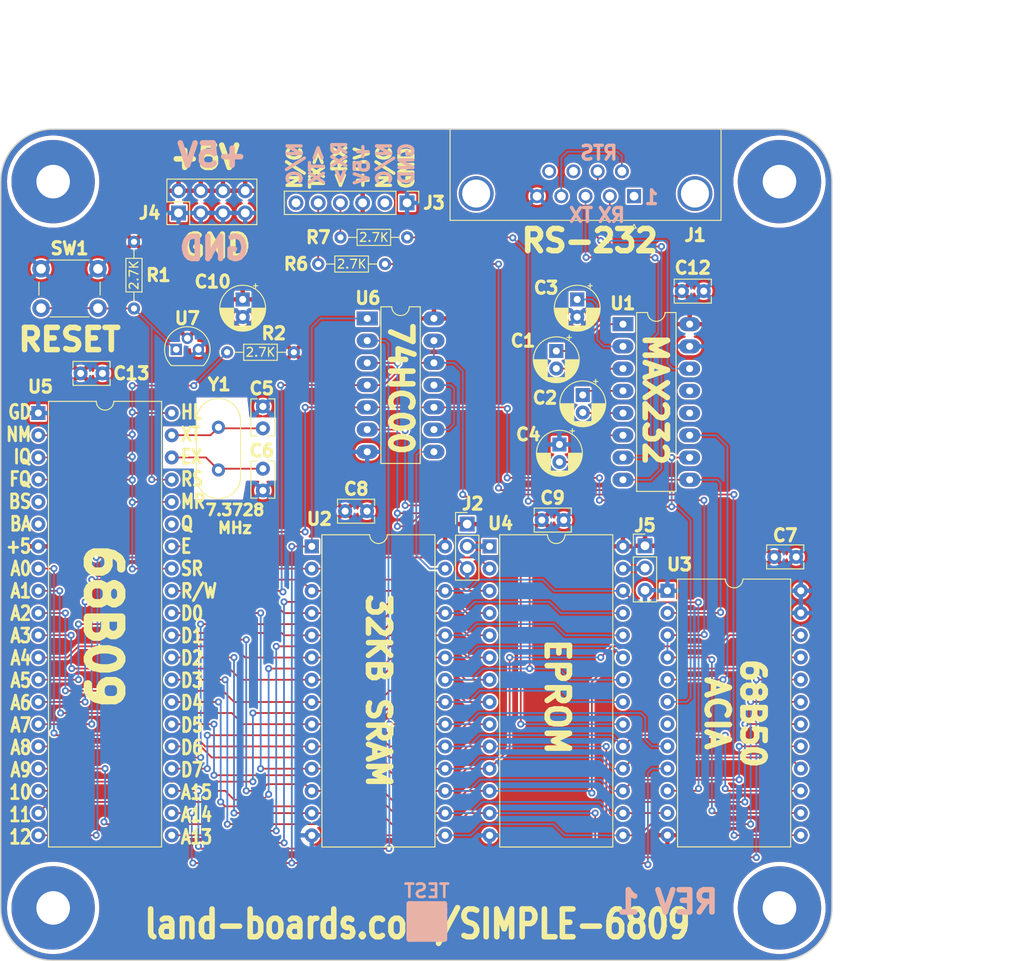
<source format=kicad_pcb>
(kicad_pcb (version 20221018) (generator pcbnew)
  (title_block (title "SIMPLE-6809") (date "2022-09-11") (rev "1") (company "land-boards.com"))
  (layers (0 "F.Cu" signal) (31 "B.Cu" signal) (34 "B.Paste" user) (35 "F.Paste" user) (36 "B.SilkS" user "B.Silkscreen") (37 "F.SilkS" user "F.Silkscreen") (38 "B.Mask" user) (39 "F.Mask" user) (44 "Edge.Cuts" user))
  (net 0 "")
  (net 1 "GND")
  (net 2 "/CPUA11")
  (net 3 "/CPUA12")
  (net 4 "/CPUA13")
  (net 5 "/CPUA14")
  (net 6 "/CPUA15")
  (net 7 "/CPUD4")
  (net 8 "/CPUD3")
  (net 9 "/CPUD5")
  (net 10 "/CPUD6")
  (net 11 "/CPUA0")
  (net 12 "/CPUA1")
  (net 13 "/CPUD2")
  (net 14 "/CPUA2")
  (net 15 "/CPUD7")
  (net 16 "/CPUA3")
  (net 17 "/CPUD0")
  (net 18 "/CPUA4")
  (net 19 "/CPUD1")
  (net 20 "/CPUA5")
  (net 21 "/CPUA6")
  (net 22 "/CPUA7")
  (net 23 "/CPUA8")
  (net 24 "/CPUA9")
  (net 25 "/CPUA10")
  (net 26 "VCC")
  (net 27 "/~{CPURESB}")
  (net 28 "Net-(U1-C1+)")
  (net 29 "Net-(U1-C1-)")
  (net 30 "Net-(U1-C2+)")
  (net 31 "Net-(U1-C2-)")
  (net 32 "Net-(U1-VS+)")
  (net 33 "Net-(U1-VS-)")
  (net 34 "Net-(U5-XTAL)")
  (net 35 "Net-(U5-EXTAL)")
  (net 36 "/CPUEN")
  (net 37 "/UART_RX")
  (net 38 "/UART_TX")
  (net 40 "Net-(J3-RX>)")
  (net 41 "/READ*")
  (net 42 "/WRITE*")
  (net 43 "/R1W0")
  (net 44 "/TOP16K*")
  (net 45 "Net-(J3-TX<)")
  (net 47 "Net-(U5-MRDY)")
  (net 48 "/UART_RTS")
  (net 49 "/W1R0")
  (net 51 "Net-(J1-Pad4)")
  (net 58 "/RS_RX")
  (net 59 "/RS_TX")
  (net 60 "/RS_RTS*")
  (net 61 "/EE_PIN27")
  (net 63 "/EE_PIN1")
  (footprint "Connector_Dsub:DSUB-9_Male_Horizontal_P2.77x2.84mm_EdgePinOffset4.94mm_Housed_MountingHolesOffset7.48mm" (layer "F.Cu") (at 161.181 52.016 180)
    (fp_text reference "J1")
    (fp_text value "DB9_Male")
  )
  (footprint "Package_DIP:DIP-16_W7.62mm_LongPads" (layer "F.Cu") (at 159.916 66.641)
    (fp_text reference "U1")
    (fp_text value "MAX232")
  )
  (footprint "Package_TO_SOT_THT:TO-92" (layer "F.Cu") (at 108.862 69.526)
    (fp_text reference "U7")
    (fp_text value "DS1813-5")
  )
  (footprint "Capacitor_THT:C_Rect_L4.0mm_W2.5mm_P2.50mm" (layer "F.Cu") (at 130.663 88.011 180)
    (fp_text reference "C8")
    (fp_text value "0.1uF")
  )
  (footprint "Resistor_THT:R_Axial_DIN0204_L3.6mm_D1.6mm_P7.62mm_Horizontal" (layer "F.Cu") (at 104.036 57.228 -90)
    (fp_text reference "R1")
    (fp_text value "2.7K")
  )
  (footprint "Capacitor_THT:C_Rect_L4.0mm_W2.5mm_P2.50mm" (layer "F.Cu") (at 100.437 72.263 180)
    (fp_text reference "C13")
    (fp_text value "0.1uF")
  )
  (footprint "LandBoards_MountHoles:MTG-6-32" (layer "F.Cu") (at 94.8 50.35)
    (fp_text reference "MTG1" hide)
    (fp_text value "MTG_HOLE" hide)
  )
  (footprint "Capacitor_THT:C_Rect_L4.0mm_W2.5mm_P2.50mm" (layer "F.Cu") (at 118.768 83.156 -90)
    (fp_text reference "C6")
    (fp_text value "8pF")
  )
  (footprint "Resistor_THT:R_Axial_DIN0204_L3.6mm_D1.6mm_P7.62mm_Horizontal" (layer "F.Cu") (at 122.301 69.85 180)
    (fp_text reference "R2")
    (fp_text value "2.7K")
  )
  (footprint "Package_DIP:DIP-40_W15.24mm" (layer "F.Cu") (at 93.109 76.791)
    (fp_text reference "U5")
    (fp_text value "MC68B09")
  )
  (footprint "Connector_PinHeader_2.54mm:PinHeader_2x04_P2.54mm_Vertical" (layer "F.Cu") (at 109.126 53.931 90)
    (fp_text reference "J4")
    (fp_text value "HEADER, STRT, 2X4")
  )
  (footprint "Capacitor_THT:C_Rect_L4.0mm_W2.5mm_P2.50mm" (layer "F.Cu") (at 153.142 89.027 180)
    (fp_text reference "C9")
    (fp_text value "0.1uF")
  )
  (footprint "Package_DIP:DIP-28_W15.24mm" (layer "F.Cu") (at 124.351 92.036)
    (fp_text reference "U2")
    (fp_text value "AS6C62256-55PCN")
  )
  (footprint "Capacitor_THT:CP_Radial_D5.0mm_P2.00mm" (layer "F.Cu") (at 152.296 69.706 -90)
    (fp_text reference "C1")
    (fp_text value "1uF")
  )
  (footprint "Capacitor_THT:C_Rect_L4.0mm_W2.5mm_P2.50mm" (layer "F.Cu") (at 118.768 78.544 90)
    (fp_text reference "C5")
    (fp_text value "8pF")
  )
  (footprint "Package_DIP:DIP-24_W15.24mm" (layer "F.Cu") (at 164.996 97.101)
    (fp_text reference "U3")
    (fp_text value "MC68B50")
  )
  (footprint "Capacitor_THT:CP_Radial_D5.0mm_P2.00mm" (layer "F.Cu") (at 155.321 74.736888 -90)
    (fp_text reference "C2")
    (fp_text value "1uF")
  )
  (footprint "Capacitor_THT:C_Rect_L4.0mm_W2.5mm_P2.50mm" (layer "F.Cu") (at 169.144 62.865 180)
    (fp_text reference "C12")
    (fp_text value "0.1uF")
  )
  (footprint "LandBoards_MountHoles:MTG-6-32" (layer "F.Cu") (at 94.8 133.35)
    (fp_text reference "MTG3" hide)
    (fp_text value "MTG_HOLE" hide)
  )
  (footprint "Connector_PinHeader_2.54mm:PinHeader_1x06_P2.54mm_Vertical" (layer "F.Cu") (at 135.246 52.776 -90)
    (fp_text reference "J3")
    (fp_text value "HEADER, STRT, 1X6")
  )
  (footprint "LandBoards_Marking:TEST_BLK-REAR" (layer "F.Cu") (at 137.5 134.9)
    (fp_text reference "TEST")
    (fp_text value "COUPON" hide)
  )
  (footprint "Package_DIP:DIP-28_W15.24mm" (layer "F.Cu") (at 144.671 92.036)
    (fp_text reference "U4")
    (fp_text value "27C512")
  )
  (footprint "Button_Switch_THT:SW_PUSH_6mm_H8.5mm" (layer "F.Cu") (at 93.42 60.312)
    (fp_text reference "SW1")
    (fp_text value "PUSHBUTTON, 6MM")
  )
  (footprint "Package_DIP:DIP-14_W7.62mm_LongPads" (layer "F.Cu") (at 130.691 65.986)
    (fp_text reference "U6")
    (fp_text value "74HC00")
  )
  (footprint "LandBoards_MountHoles:MTG-6-32" (layer "F.Cu") (at 177.8 50.35)
    (fp_text reference "MTG4" hide)
    (fp_text value "MTG_HOLE" hide)
  )
  (footprint "Resistor_THT:R_Axial_DIN0204_L3.6mm_D1.6mm_P7.62mm_Horizontal" (layer "F.Cu") (at 135.255 56.72 180)
    (fp_text reference "R7")
    (fp_text value "2.7K")
  )
  (footprint "Connector_PinHeader_2.54mm:PinHeader_1x03_P2.54mm_Vertical" (layer "F.Cu") (at 162.433 91.963)
    (fp_text reference "J5")
    (fp_text value "JUMPER, EEP (1X3)")
  )
  (footprint "LandBoards_MountHoles:MTG-6-32" (layer "F.Cu") (at 177.8 133.35)
    (fp_text reference "MTG2" hide)
    (fp_text value "MTG_HOLE" hide)
  )
  (footprint "Capacitor_THT:CP_Radial_D5.0mm_P2.00mm" (layer "F.Cu") (at 116.459 63.814888 -90)
    (fp_text reference "C10")
    (fp_text value "47uF")
  )
  (footprint "Capacitor_THT:CP_Radial_D5.0mm_P2.00mm" (layer "F.Cu") (at 152.654 80.391 -90)
    (fp_text reference "C4")
    (fp_text value "1uF")
  )
  (footprint "Connector_PinHeader_2.54mm:PinHeader_1x03_P2.54mm_Vertical" (layer "F.Cu") (at 142.113 89.486)
    (fp_text reference "J2")
    (fp_text value "JUMPER, EEP (1X3)")
  )
  (footprint "Resistor_THT:R_Axial_DIN0204_L3.6mm_D1.6mm_P7.62mm_Horizontal" (layer "F.Cu") (at 132.715 59.768 180)
    (fp_text reference "R6")
    (fp_text value "2.7K")
  )
  (footprint "Crystal:Crystal_HC49-4H_Vertical" (layer "F.Cu") (at 113.688 83.3 90)
    (fp_text reference "Y1")
    (fp_text value "7.3728 MHz")
  )
  (footprint "Capacitor_THT:C_Rect_L4.0mm_W2.5mm_P2.50mm" (layer "F.Cu") (at 179.705 93.236 180)
    (fp_text reference "C7")
    (fp_text value "0.1uF")
  )
  (footprint "Capacitor_THT:CP_Radial_D5.0mm_P2.00mm" (layer "F.Cu") (at 154.686 63.814888 -90)
    (fp_text reference "C3")
    (fp_text value "1uF")
  )
  (gr_line (start 183.8 133.35) (end 183.8 50.35) (stroke (width 0.15)) (layer "Edge.Cuts"))
  (gr_arc (start 183.8 133.35) (mid 182.042641 137.592641) (end 177.8 139.35) (stroke (width 0.15)) (layer "Edge.Cuts"))
  (gr_line (start 94.8 139.35) (end 177.8 139.35) (stroke (width 0.15)) (layer "Edge.Cuts"))
  (gr_arc (start 177.8 44.35) (mid 182.042641 46.107359) (end 183.8 50.35) (stroke (width 0.15)) (layer "Edge.Cuts"))
  (gr_arc (start 94.8 139.35) (mid 90.557359 137.592641) (end 88.8 133.35) (stroke (width 0.15)) (layer "Edge.Cuts"))
  (gr_arc (start 88.8 50.35) (mid 90.557359 46.107359) (end 94.8 44.35) (stroke (width 0.15)) (layer "Edge.Cuts"))
  (gr_line (start 88.8 50.35) (end 88.8 133.35) (stroke (width 0.15)) (layer "Edge.Cuts"))
  (gr_line (start 177.8 44.35) (end 94.8 44.35) (stroke (width 0.15)) (layer "Edge.Cuts"))
  (gr_text "RTS" (at 154.836 47.068) (layer "B.SilkS") (effects (font (size 1.5875 1.524) (thickness 0.381)) (justify right mirror)))
  (gr_text "+5V" (at 117.244 47.322) (layer "B.SilkS") (effects (font (size 2.54 2.54) (thickness 0.635)) (justify left mirror)))
  (gr_text "TX" (at 153.566 54.18) (layer "B.SilkS") (effects (font (size 1.5875 1.524) (thickness 0.381)) (justify right mirror)))
  (gr_text "REV 1" (at 158.9 132.666) (layer "B.SilkS") (effects (font (size 2.54 2.54) (thickness 0.635)) (justify right mirror)))
  (gr_text "N/C\n<TX\nRX>\n+5V\nN/C\nGND" (at 128.801 50.878 90) (layer "B.SilkS") (effects (font (size 1.5875 1.524) (thickness 0.381)) (justify right mirror)))
  (gr_text "RX" (at 156.868 54.18) (layer "B.SilkS") (effects (font (size 1.5875 1.524) (thickness 0.381)) (justify right mirror)))
  (gr_text "GND" (at 117.498 57.99) (layer "B.SilkS") (effects (font (size 2.54 2.54) (thickness 0.635)) (justify left mirror)))
  (gr_text "1" (at 162.202 52.148) (layer "B.SilkS") (effects (font (size 1.5875 1.524) (thickness 0.381)) (justify right mirror)))
  (gr_text "land-boards.com/SIMPLE-6809" (at 136.421 135.206) (layer "F.SilkS") (effects (font (size 3.175 2.54) (thickness 0.635))))
  (gr_text "32KB SRAM" (at 131.976 108.536 270) (layer "F.SilkS") (effects (font (size 2.54 2.54) (thickness 0.635))))
  (gr_text "7.3728\nMHz" (at 115.57 88.9) (layer "F.SilkS") (effects (font (size 1.27 1.27) (thickness 0.3175))))
  (gr_text "RS-232" (at 156.106 57.101) (layer "F.SilkS") (effects (font (size 2.54 2.54) (thickness 0.635))))
  (gr_text "GND" (at 109.116 57.736) (layer "F.SilkS") (effects (font (size 2.54 2.54) (thickness 0.635)) (justify left)))
  (gr_text "EPROM" (at 152.4 109.22 270) (layer "F.SilkS") (effects (font (size 2.54 2.54) (thickness 0.635))))
  (gr_text "MAX232" (at 163.599 75.262 270) (layer "F.SilkS") (effects (font (size 2.54 2.54) (thickness 0.635))))
  (gr_text "+5V" (at 107.846 47.576) (layer "F.SilkS") (effects (font (size 2.54 2.54) (thickness 0.635)) (justify left)))
  (gr_text "68B50\nACIA" (at 172.72 111.125 270) (layer "F.SilkS") (effects (font (size 2.54 2.54) (thickness 0.635))))
  (gr_text "HL\nXT\nEX\nRS\nMR\nQ\nE\nSR\nR/W\nD0\nD1\nD2\nD3\nD4\nD5\nD6\nD7\nA15\nA14\nA13" (at 109.22 100.965) (layer "F.SilkS") (effects (font (size 1.5875 1.27) (thickness 0.3175)) (justify left)))
  (gr_text "68B09" (at 100.48 101.17 270) (layer "F.SilkS") (effects (font (size 3.81 3.81) (thickness 0.9525))))
  (gr_text "N/C\nTX>\n<RX\n+5V\nN/C\nGND" (at 128.801 51.386 90) (layer "F.SilkS") (effects (font (size 1.5875 1.524) (thickness 0.381)) (justify left)))
  (gr_text "74HC00" (at 134.516 74 270) (layer "F.SilkS") (effects (font (size 2.54 2.54) (thickness 0.635))))
  (gr_text "RESET" (at 96.67 68.404) (layer "F.SilkS") (effects (font (size 2.54 2.54) (thickness 0.635))))
  (gr_text "GD\nNM\nIQ\nFQ\nBS\nBA\n+5\nA0\nA1\nA2\nA3\nA4\nA5\nA6\nA7\nA8\nA9\n10\n11\n12" (at 92.456 100.965) (layer "F.SilkS") (effects (font (size 1.5875 1.27) (thickness 0.3175)) (justify right)))
  (segment (start 142.113 94.566) (end 140.847 93.3) (width 0.2032) (layer "B.Cu") (net 1))
  (segment (start 114.45 119.966) (end 115.466 120.982) (width 0.2032) (layer "F.Cu") (net 2))
  (segment (start 112.164 121.236) (end 113.434 119.966) (width 0.2032) (layer "F.Cu") (net 2))
  (segment (start 94.384 121.236) (end 112.164 121.236) (width 0.2032) (layer "F.Cu") (net 2))
  (segment (start 93.109 122.511) (end 94.384 121.236) (width 0.2032) (layer "F.Cu") (net 2))
  (segment (start 133.49 104.736) (end 132.23 105.996) (width 0.2032) (layer "F.Cu") (net 2))
  (segment (start 113.434 119.966) (end 114.45 119.966) (width 0.2032) (layer "F.Cu") (net 2))
  (segment (start 132.23 105.996) (end 119.4215 105.996) (width 0.2032) (layer "F.Cu") (net 2))
  (segment (start 115.466 120.982) (end 118.805 120.982) (width 0.2032) (layer "F.Cu") (net 2))
  (segment (start 118.805 120.982) (end 119.4215 120.3655) (width 0.2032) (layer "F.Cu") (net 2))
  (segment (start 139.591 104.736) (end 133.49 104.736) (width 0.2032) (layer "F.Cu") (net 2))
  (via (at 119.4215 105.996) (size 0.8) (drill 0.4) (layers "F.Cu" "B.Cu") (net 2))
  (via (at 119.4215 120.3655) (size 0.8) (drill 0.4) (layers "F.Cu" "B.Cu") (net 2))
  (segment (start 143.334 103.456) (end 158.631 103.456) (width 0.2032) (layer "B.Cu") (net 2))
  (segment (start 158.631 103.456) (end 159.911 104.736) (width 0.2032) (layer "B.Cu") (net 2))
  (segment (start 119.4215 105.996) (end 119.4215 120.3655) (width 0.2032) (layer "B.Cu") (net 2))
  (segment (start 142.054 104.736) (end 143.334 103.456) (width 0.2032) (layer "B.Cu") (net 2))
  (segment (start 139.591 104.736) (end 142.054 104.736) (width 0.2032) (layer "B.Cu") (net 2))
  (segment (start 124.351 94.576) (end 111.92 94.576) (width 0.2032) (layer "F.Cu") (net 3))
  (segment (start 111.92 94.576) (end 110.64 93.296) (width 0.2032) (layer "F.Cu") (net 3))
  (segment (start 99.718 125.046) (end 99.713 125.051) (width 0.2032) (layer "F.Cu") (net 3))
  (segment (start 144.671 94.576) (end 143.391 93.296) (width 0.2032) (layer "F.Cu") (net 3))
  (segment (start 129.7 94.576) (end 124.351 94.576) (width 0.2032) (layer "F.Cu") (net 3))
  (segment (start 130.98 93.296) (end 129.7 94.576) (width 0.2032) (layer "F.Cu") (net 3))
  (segment (start 143.391 93.296) (end 130.98 93.296) (width 0.2032) (layer "F.Cu") (net 3))
  (segment (start 99.713 125.051) (end 93.109 125.051) (width 0.2032) (layer "F.Cu") (net 3))
  (segment (start 99.718 93.296) (end 110.64 93.296) (width 0.2032) (layer "F.Cu") (net 3))
  (via (at 99.718 125.046) (size 0.8) (drill 0.4) (layers "F.Cu" "B.Cu") (net 3))
  (via (at 99.718 93.296) (size 0.8) (drill 0.4) (layers "F.Cu" "B.Cu") (net 3))
  (segment (start 99.863511 124.900489) (end 99.718 125.046) (width 0.2032) (layer "B.Cu") (net 3))
  (segment (start 99.718 93.296) (end 99.863511 93.441511) (width 0.2032) (layer "B.Cu") (net 3))
  (segment (start 99.863511 93.441511) (end 99.863511 124.900489) (width 0.2032) (layer "B.Cu") (net 3))
  (segment (start 132.474 97.116) (end 131.214 98.376) (width 0.2032) (layer "F.Cu") (net 4))
  (segment (start 121.1995 125.9165) (end 120.4375 125.9165) (width 0.2032) (layer "F.Cu") (net 4))
  (segment (start 164.996 119.961) (end 168.303 119.961) (width 0.2032) (layer "F.Cu") (net 4))
  (segment (start 159.911 97.116) (end 161.22 98.425) (width 0.2032) (layer "F.Cu") (net 4))
  (segment (start 168.303 119.961) (end 168.552 119.712) (width 0.2032) (layer "F.Cu") (net 4))
  (segment (start 139.591 97.116) (end 132.474 97.116) (width 0.2032) (layer "F.Cu") (net 4))
  (segment (start 108.349 125.051) (end 119.572 125.051) (width 0.2032) (layer "F.Cu") (net 4))
  (segment (start 131.214 98.376) (end 121.181 98.376) (width 0.2032) (layer "F.Cu") (net 4))
  (segment (start 161.22 98.425) (end 168.529 98.425) (width 0.2032) (layer "F.Cu") (net 4))
  (segment (start 120.4375 125.9165) (end 119.572 125.051) (width 0.2032) (layer "F.Cu") (net 4))
  (via (at 121.181 98.376) (size 0.8) (drill 0.4) (layers "F.Cu" "B.Cu") (net 4))
  (via (at 168.529 98.425) (size 0.8) (drill 0.4) (layers "F.Cu" "B.Cu") (net 4))
  (via (at 121.1995 125.9165) (size 0.8) (drill 0.4) (layers "F.Cu" "B.Cu") (net 4))
  (via (at 168.552 119.712) (size 0.8) (drill 0.4) (layers "F.Cu" "B.Cu") (net 4))
  (segment (start 152.052 97.116) (end 150.772 95.836) (width 0.2032) (layer "B.Cu") (net 4))
  (segment (start 142.181 97.116) (end 139.591 97.116) (width 0.2032) (layer "B.Cu") (net 4))
  (segment (start 143.461 95.836) (end 142.181 97.116) (width 0.2032) (layer "B.Cu") (net 4))
  (segment (start 121.181 98.376) (end 121.181 125.9165) (width 0.2032) (layer "B.Cu") (net 4))
  (segment (start 159.911 97.116) (end 152.052 97.116) (width 0.2032) (layer "B.Cu") (net 4))
  (segment (start 150.772 95.836) (end 143.461 95.836) (width 0.2032) (layer "B.Cu") (net 4))
  (segment (start 168.529 102.062) (end 168.552 102.085) (width 0.2032) (layer "B.Cu") (net 4))
  (segment (start 168.552 119.712) (end 168.552 102.085) (width 0.2032) (layer "B.Cu") (net 4))
  (segment (start 168.529 98.425) (end 168.529 102.062) (width 0.2032) (layer "B.Cu") (net 4))
  (segment (start 110.635 122.511) (end 110.64 122.506) (width 0.2032) (layer "F.Cu") (net 5))
  (segment (start 122.07 92.036) (end 124.351 92.036) (width 0.2032) (layer "F.Cu") (net 5))
  (segment (start 162.607511 128.239511) (end 162.765 128.397) (width 0.2032) (layer "F.Cu") (net 5))
  (segment (start 110.767 128.221) (end 124.356 128.221) (width 0.2032) (layer "F.Cu") (net 5))
  (segment (start 124.356 128.221) (end 124.374511 128.239511) (width 0.2032) (layer "F.Cu") (net 5))
  (segment (start 108.349 122.511) (end 110.635 122.511) (width 0.2032) (layer "F.Cu") (net 5))
  (segment (start 124.374511 128.239511) (end 162.607511 128.239511) (width 0.2032) (layer "F.Cu") (net 5))
  (via (at 122.07 92.036) (size 0.8) (drill 0.4) (layers "F.Cu" "B.Cu") (net 5))
  (via (at 122.07 128.221) (size 0.8) (drill 0.4) (layers "F.Cu" "B.Cu") (net 5))
  (via (at 162.765 128.397) (size 0.8) (drill 0.4) (layers "F.Cu" "B.Cu") (net 5))
  (via (at 110.767 128.221) (size 0.8) (drill 0.4) (layers "F.Cu" "B.Cu") (net 5))
  (via (at 110.64 122.506) (size 0.8) (drill 0.4) (layers "F.Cu" "B.Cu") (net 5))
  (segment (start 122.07 92.0995) (end 122.07 128.2745) (width 0.2032) (layer "B.Cu") (net 5))
  (segment (start 162.765 117.905) (end 163.249 117.421) (width 0.2032) (layer "B.Cu") (net 5))
  (segment (start 125.367 65.986) (end 130.691 65.986) (width 0.2032) (layer "B.Cu") (net 5))
  (segment (start 164.996 117.421) (end 163.249 117.421) (width 0.2032) (layer "B.Cu") (net 5))
  (segment (start 110.64 122.506) (end 110.64 128.094) (width 0.2032) (layer "B.Cu") (net 5))
  (segment (start 124.351 92.036) (end 124.351 67.002) (width 0.2032) (layer "B.Cu") (net 5))
  (segment (start 110.64 128.094) (end 110.767 128.221) (width 0.2032) (layer "B.Cu") (net 5))
  (segment (start 124.351 67.002) (end 125.367 65.986) (width 0.2032) (layer "B.Cu") (net 5))
  (segment (start 162.765 128.397) (end 162.765 117.905) (width 0.2032) (layer "B.Cu") (net 5))
  (segment (start 111.397 119.971) (end 111.402 119.966) (width 0.2032) (layer "F.Cu") (net 6))
  (segment (start 111.656 126.57) (end 111.402 126.316) (width 0.2032) (layer "F.Cu") (net 6))
  (segment (start 108.349 119.971) (end 111.397 119.971) (width 0.2032) (layer "F.Cu") (net 6))
  (segment (start 133.223 112.356) (end 139.591 112.356) (width 0.2032) (layer "F.Cu") (net 6))
  (segment (start 133.174 126.57) (end 111.656 126.57) (width 0.2032) (layer "F.Cu") (net 6))
  (via (at 111.402 119.966) (size 0.8) (drill 0.4) (layers "F.Cu" "B.Cu") (net 6))
  (via (at 133.223 112.356) (size 0.8) (drill 0.4) (layers "F.Cu" "B.Cu") (net 6))
  (via (at 111.402 126.316) (size 0.8) (drill 0.4) (layers "F.Cu" "B.Cu") (net 6))
  (via (at 133.174 126.57) (size 0.8) (drill 0.4) (layers "F.Cu" "B.Cu") (net 6))
  (segment (start 111.402 126.316) (end 111.402 119.966) (width 0.2032) (layer "B.Cu") (net 6))
  (segment (start 132.733 68.526) (end 130.691 68.526) (width 0.2032) (layer "B.Cu") (net 6))
  (segment (start 133.223 112.356) (end 133.223 126.521) (width 0.2032) (layer "B.Cu") (net 6))
  (segment (start 163.213 114.881) (end 164.996 114.881) (width 0.2032) (layer "B.Cu") (net 6))
  (segment (start 139.591 112.356) (end 142.152 112.356) (width 0.2032) (layer "B.Cu") (net 6))
  (segment (start 133.119 112.252) (end 133.119 68.912) (width 0.2032) (layer "B.Cu") (net 6))
  (segment (start 133.119 112.252) (end 133.223 112.356) (width 0.2032) (layer "B.Cu") (net 6))
  (segment (start 162.456 111.584) (end 162.456 114.124) (width 0.2032) (layer "B.Cu") (net 6))
  (segment (start 133.119 68.912) (end 132.733 68.526) (width 0.2032) (layer "B.Cu") (net 6))
  (segment (start 133.223 126.521) (end 133.174 126.57) (width 0.2032) (layer "B.Cu") (net 6))
  (segment (start 142.152 112.356) (end 143.432 111.076) (width 0.2032) (layer "B.Cu") (net 6))
  (segment (start 162.456 114.124) (end 163.213 114.881) (width 0.2032) (layer "B.Cu") (net 6))
  (segment (start 143.432 111.076) (end 161.948 111.076) (width 0.2032) (layer "B.Cu") (net 6))
  (segment (start 161.948 111.076) (end 162.456 111.584) (width 0.2032) (layer "B.Cu") (net 6))
  (segment (start 114.45 121.744) (end 122.832 121.744) (width 0.2032) (layer "F.Cu") (net 7))
  (segment (start 161.176 122.516) (end 162.456 121.236) (width 0.2032) (layer "F.Cu") (net 7))
  (segment (start 123.34 121.236) (end 132.484 121.236) (width 0.2032) (layer "F.Cu") (net 7))
  (segment (start 122.832 121.744) (end 123.34 121.236) (width 0.2032) (layer "F.Cu") (net 7))
  (segment (start 113.683 109.811) (end 108.349 109.811) (width 0.2032) (layer "F.Cu") (net 7))
  (segment (start 113.942 121.236) (end 114.45 121.744) (width 0.2032) (layer "F.Cu") (net 7))
  (segment (start 133.764 122.516) (end 139.591 122.516) (width 0.2032) (layer "F.Cu") (net 7))
  (segment (start 173.854 112.341) (end 180.236 112.341) (width 0.2032) (layer "F.Cu") (net 7))
  (segment (start 159.911 122.516) (end 161.176 122.516) (width 0.2032) (layer "F.Cu") (net 7))
  (segment (start 162.456 121.236) (end 173.849 121.236) (width 0.2032) (layer "F.Cu") (net 7))
  (segment (start 132.484 121.236) (end 133.764 122.516) (width 0.2032) (layer "F.Cu") (net 7))
  (segment (start 173.849 112.346) (end 173.854 112.341) (width 0.2032) (layer "F.Cu") (net 7))
  (via (at 113.683 109.811) (size 0.8) (drill 0.4) (layers "F.Cu" "B.Cu") (net 7))
  (via (at 173.849 121.236) (size 0.8) (drill 0.4) (layers "F.Cu" "B.Cu") (net 7))
  (via (at 113.942 121.236) (size 0.8) (drill 0.4) (layers "F.Cu" "B.Cu") (net 7))
  (via (at 173.849 112.346) (size 0.8) (drill 0.4) (layers "F.Cu" "B.Cu") (net 7))
  (segment (start 143.813 121.236) (end 157.304 121.236) (width 0.2032) (layer "B.Cu") (net 7))
  (segment (start 142.533 122.516) (end 143.813 121.236) (width 0.2032) (layer "B.Cu") (net 7))
  (segment (start 173.849 121.236) (end 173.849 112.346) (width 0.2032) (layer "B.Cu") (net 7))
  (segment (start 113.683 109.811) (end 113.942 110.07) (width 0.2032) (layer "B.Cu") (net 7))
  (segment (start 159.911 122.516) (end 158.584 122.516) (width 0.2032) (layer "B.Cu") (net 7))
  (segment (start 139.591 122.516) (end 142.533 122.516) (width 0.2032) (layer "B.Cu") (net 7))
  (segment (start 113.942 110.07) (end 113.942 121.236) (width 0.2032) (layer "B.Cu") (net 7))
  (segment (start 158.584 122.516) (end 157.304 121.236) (width 0.2032) (layer "B.Cu") (net 7))
  (segment (start 174.5025 109.806) (end 174.5075 109.801) (width 0.2032) (layer "F.Cu") (net 8))
  (segment (start 114.445 107.271) (end 108.349 107.271) (width 0.2032) (layer "F.Cu") (net 8))
  (segment (start 174.5075 109.801) (end 180.236 109.801) (width 0.2032) (layer "F.Cu") (net 8))
  (segment (start 163.091 123.776) (end 174.5025 123.776) (width 0.2032) (layer "F.Cu") (net 8))
  (segment (start 127.922 125.056) (end 126.642 123.776) (width 0.2032) (layer "F.Cu") (net 8))
  (segment (start 139.591 125.056) (end 127.922 125.056) (width 0.2032) (layer "F.Cu") (net 8))
  (segment (start 161.811 125.056) (end 163.091 123.776) (width 0.2032) (layer "F.Cu") (net 8))
  (segment (start 159.911 125.056) (end 161.811 125.056) (width 0.2032) (layer "F.Cu") (net 8))
  (segment (start 114.704 123.776) (end 126.642 123.776) (width 0.2032) (layer "F.Cu") (net 8))
  (via (at 114.704 123.776) (size 0.8) (drill 0.4) (layers "F.Cu" "B.Cu") (net 8))
  (via (at 174.5025 123.776) (size 0.8) (drill 0.4) (layers "F.Cu" "B.Cu") (net 8))
  (via (at 114.445 107.271) (size 0.8) (drill 0.4) (layers "F.Cu" "B.Cu") (net 8))
  (via (at 174.5025 109.806) (size 0.8) (drill 0.4) (layers "F.Cu" "B.Cu") (net 8))
  (segment (start 143.813 123.776) (end 151.97 123.776) (width 0.2032) (layer "B.Cu") (net 8))
  (segment (start 139.591 125.056) (end 142.533 125.056) (width 0.2032) (layer "B.Cu") (net 8))
  (segment (start 174.5025 123.776) (end 174.5025 109.806) (width 0.2032) (layer "B.Cu") (net 8))
  (segment (start 153.25 125.056) (end 151.97 123.776) (width 0.2032) (layer "B.Cu") (net 8))
  (segment (start 159.911 125.056) (end 153.25 125.056) (width 0.2032) (layer "B.Cu") (net 8))
  (segment (start 114.704 107.53) (end 114.704 123.776) (width 0.2032) (layer "B.Cu") (net 8))
  (segment (start 142.533 125.056) (end 143.813 123.776) (width 0.2032) (layer "B.Cu") (net 8))
  (segment (start 114.445 107.271) (end 114.704 107.53) (width 0.2032) (layer "B.Cu") (net 8))
  (segment (start 173.2005 114.881) (end 180.236 114.881) (width 0.2032) (layer "F.Cu") (net 9))
  (segment (start 113.175 112.351) (end 108.349 112.351) (width 0.2032) (layer "F.Cu") (net 9))
  (segment (start 173.1955 114.886) (end 173.2005 114.881) (width 0.2032) (layer "F.Cu") (net 9))
  (segment (start 139.591 119.976) (end 134.272 119.976) (width 0.2032) (layer "F.Cu") (net 9))
  (segment (start 113.18 118.188) (end 122.832 118.188) (width 0.2032) (layer "F.Cu") (net 9))
  (segment (start 161.191 118.696) (end 173.1955 118.696) (width 0.2032) (layer "F.Cu") (net 9))
  (segment (start 161.186 118.701) (end 161.191 118.696) (width 0.2032) (layer "F.Cu") (net 9))
  (segment (start 159.911 119.976) (end 161.186 118.701) (width 0.2032) (layer "F.Cu") (net 9))
  (segment (start 122.832 118.188) (end 123.34 118.696) (width 0.2032) (layer "F.Cu") (net 9))
  (segment (start 132.992 118.696) (end 123.34 118.696) (width 0.2032) (layer "F.Cu") (net 9))
  (segment (start 134.272 119.976) (end 132.992 118.696) (width 0.2032) (layer "F.Cu") (net 9))
  (via (at 113.175 112.351) (size 0.8) (drill 0.4) (layers "F.Cu" "B.Cu") (net 9))
  (via (at 173.1955 114.886) (size 0.8) (drill 0.4) (layers "F.Cu" "B.Cu") (net 9))
  (via (at 173.1955 118.696) (size 0.8) (drill 0.4) (layers "F.Cu" "B.Cu") (net 9))
  (via (at 113.18 118.188) (size 0.8) (drill 0.4) (layers "F.Cu" "B.Cu") (net 9))
  (segment (start 158.682 119.976) (end 157.402 118.696) (width 0.2032) (layer "B.Cu") (net 9))
  (segment (start 139.591 119.976) (end 142.308 119.976) (width 0.2032) (layer "B.Cu") (net 9))
  (segment (start 173.1955 118.696) (end 173.1955 114.886) (width 0.2032) (layer "B.Cu") (net 9))
  (segment (start 143.588 118.696) (end 157.402 118.696) (width 0.2032) (layer "B.Cu") (net 9))
  (segment (start 159.911 119.976) (end 158.682 119.976) (width 0.2032) (layer "B.Cu") (net 9))
  (segment (start 142.308 119.976) (end 143.588 118.696) (width 0.2032) (layer "B.Cu") (net 9))
  (segment (start 113.175 112.351) (end 113.18 112.356) (width 0.2032) (layer "B.Cu") (net 9))
  (segment (start 113.18 112.356) (end 113.18 118.188) (width 0.2032) (layer "B.Cu") (net 9))
  (segment (start 112.926 116.156) (end 111.661 114.891) (width 0.2032) (layer "F.Cu") (net 10))
  (segment (start 178.971 116.156) (end 180.236 117.421) (width 0.2032) (layer "F.Cu") (net 10))
  (segment (start 133.51 117.436) (end 132.23 116.156) (width 0.2032) (layer "F.Cu") (net 10))
  (segment (start 139.591 117.436) (end 133.51 117.436) (width 0.2032) (layer "F.Cu") (net 10))
  (segment (start 111.661 114.891) (end 108.349 114.891) (width 0.2032) (layer "F.Cu") (net 10))
  (segment (start 161.191 116.156) (end 178.971 116.156) (width 0.2032) (layer "F.Cu") (net 10))
  (segment (start 159.911 117.436) (end 161.191 116.156) (width 0.2032) (layer "F.Cu") (net 10))
  (segment (start 132.23 116.156) (end 112.926 116.156) (width 0.2032) (layer "F.Cu") (net 10))
  (segment (start 142.308 117.436) (end 143.588 116.156) (width 0.2032) (layer "B.Cu") (net 10))
  (segment (start 158.711 117.436) (end 157.431 116.156) (width 0.2032) (layer "B.Cu") (net 10))
  (segment (start 143.588 116.156) (end 157.431 116.156) (width 0.2032) (layer "B.Cu") (net 10))
  (segment (start 139.591 117.436) (end 142.308 117.436) (width 0.2032) (layer "B.Cu") (net 10))
  (segment (start 159.911 117.436) (end 158.711 117.436) (width 0.2032) (layer "B.Cu") (net 10))
  (segment (start 93.109 94.571) (end 94.887 94.571) (width 0.2032) (layer "F.Cu") (net 11))
  (segment (start 162.461 122.501) (end 161.186 123.776) (width 0.2032) (layer "F.Cu") (net 11))
  (segment (start 124.351 114.896) (end 131.966 114.896) (width 0.2032) (layer "F.Cu") (net 11))
  (segment (start 142.152 114.896) (end 140.892 116.156) (width 0.2032) (layer "F.Cu") (net 11))
  (segment (start 164.996 122.501) (end 162.461 122.501) (width 0.2032) (layer "F.Cu") (net 11))
  (segment (start 158.011 114.906) (end 158.001 114.896) (width 0.2032) (layer "F.Cu") (net 11))
  (segment (start 159.082 123.776) (end 158.011 122.705) (width 0.2032) (layer "F.Cu") (net 11))
  (segment (start 94.887 94.571) (end 94.892 94.566) (width 0.2032) (layer "F.Cu") (net 11))
  (segment (start 95.146 113.616) (end 110.894 113.616) (width 0.2032) (layer "F.Cu") (net 11))
  (segment (start 131.966 114.896) (end 133.226 116.156) (width 0.2032) (layer "F.Cu") (net 11))
  (segment (start 161.186 123.776) (end 159.082 123.776) (width 0.2032) (layer "F.Cu") (net 11))
  (segment (start 133.226 116.156) (end 140.892 116.156) (width 0.2032) (layer "F.Cu") (net 11))
  (segment (start 158.011 122.705) (end 158.011 114.906) (width 0.2032) (layer "F.Cu") (net 11))
  (segment (start 112.174 114.896) (end 124.351 114.896) (width 0.2032) (layer "F.Cu") (net 11))
  (segment (start 144.671 114.896) (end 142.152 114.896) (width 0.2032) (layer "F.Cu") (net 11))
  (segment (start 110.894 113.616) (end 112.174 114.896) (width 0.2032) (layer "F.Cu") (net 11))
  (segment (start 94.892 113.362) (end 95.146 113.616) (width 0.2032) (layer "F.Cu") (net 11))
  (via (at 158.001 114.896) (size 0.8) (drill 0.4) (layers "F.Cu" "B.Cu") (net 11))
  (via (at 94.892 113.362) (size 0.8) (drill 0.4) (layers "F.Cu" "B.Cu") (net 11))
  (via (at 94.892 94.566) (size 0.8) (drill 0.4) (layers "F.Cu" "B.Cu") (net 11))
  (segment (start 144.671 114.896) (end 158.001 114.896) (width 0.2032) (layer "B.Cu") (net 11))
  (segment (start 94.892 94.566) (end 94.892 113.362) (width 0.2032) (layer "B.Cu") (net 11))
  (segment (start 133.226 113.616) (end 131.966 112.356) (width 0.2032) (layer "F.Cu") (net 12))
  (segment (start 95.654 111.076) (end 115.212 111.076) (width 0.2032) (layer "F.Cu") (net 12))
  (segment (start 93.109 97.111) (end 95.5405 97.111) (width 0.2032) (layer "F.Cu") (net 12))
  (segment (start 124.351 112.356) (end 116.492 112.356) (width 0.2032) (layer "F.Cu") (net 12))
  (segment (start 116.492 112.356) (end 115.212 111.076) (width 0.2032) (layer "F.Cu") (net 12))
  (segment (start 131.966 112.356) (end 124.351 112.356) (width 0.2032) (layer "F.Cu") (net 12))
  (segment (start 140.765 113.616) (end 133.226 113.616) (width 0.2032) (layer "F.Cu") (net 12))
  (segment (start 95.5405 97.111) (end 95.5455 97.106) (width 0.2032) (layer "F.Cu") (net 12))
  (segment (start 144.671 112.356) (end 142.025 112.356) (width 0.2032) (layer "F.Cu") (net 12))
  (segment (start 142.025 112.356) (end 140.765 113.616) (width 0.2032) (layer "F.Cu") (net 12))
  (via (at 95.654 111.076) (size 0.8) (drill 0.4) (layers "F.Cu" "B.Cu") (net 12))
  (via (at 95.5455 97.106) (size 0.8) (drill 0.4) (layers "F.Cu" "B.Cu") (net 12))
  (segment (start 95.5455 97.106) (end 95.5455 110.9675) (width 0.2032) (layer "B.Cu") (net 12))
  (segment (start 95.5455 110.9675) (end 95.654 111.076) (width 0.2032) (layer "B.Cu") (net 12))
  (segment (start 115.461 104.731) (end 115.466 104.726) (width 0.2032) (layer "F.Cu") (net 13))
  (segment (start 115.466 122.506) (end 118.26 122.506) (width 0.2032) (layer "F.Cu") (net 13))
  (segment (start 124.351 122.516) (end 132.24 122.516) (width 0.2032) (layer "F.Cu") (net 13))
  (segment (start 175.161 107.261) (end 180.236 107.261) (width 0.2032) (layer "F.Cu") (net 13))
  (segment (start 117 122.516) (end 124.351 122.516) (width 0.2032) (layer "F.Cu") (net 13))
  (segment (start 175.137489 127.567489) (end 175.156 127.586) (width 0.2032) (layer "F.Cu") (net 13))
  (segment (start 132.24 122.516) (end 133.5 123.776) (width 0.2032) (layer "F.Cu") (net 13))
  (segment (start 175.156 107.266) (end 175.161 107.261) (width 0.2032) (layer "F.Cu") (net 13))
  (segment (start 156.741 122.506) (end 156.741 127.586) (width 0.2032) (layer "F.Cu") (net 13))
  (segment (start 133.5 123.776) (end 140.921 123.776) (width 0.2032) (layer "F.Cu") (net 13))
  (segment (start 142.181 122.516) (end 140.921 123.776) (width 0.2032) (layer "F.Cu") (net 13))
  (segment (start 108.349 104.731) (end 115.461 104.731) (width 0.2032) (layer "F.Cu") (net 13))
  (segment (start 156.741 127.586) (end 156.759511 127.567489) (width 0.2032) (layer "F.Cu") (net 13))
  (segment (start 144.671 122.516) (end 142.181 122.516) (width 0.2032) (layer "F.Cu") (net 13))
  (segment (start 156.759511 127.567489) (end 175.137489 127.567489) (width 0.2032) (layer "F.Cu") (net 13))
  (via (at 175.156 107.266) (size 0.8) (drill 0.4) (layers "F.Cu" "B.Cu") (net 13))
  (via (at 115.466 104.726) (size 0.8) (drill 0.4) (layers "F.Cu" "B.Cu") (net 13))
  (via (at 115.466 122.506) (size 0.8) (drill 0.4) (layers "F.Cu" "B.Cu") (net 13))
  (via (at 175.156 127.586) (size 0.8) (drill 0.4) (layers "F.Cu" "B.Cu") (net 13))
  (via (at 156.741 122.506) (size 0.8) (drill 0.4) (layers "F.Cu" "B.Cu") (net 13))
  (segment (start 175.156 127.586) (end 175.156 107.266) (width 0.2032) (layer "B.Cu") (net 13))
  (segment (start 156.731 122.516) (end 156.741 122.506) (width 0.2032) (layer "B.Cu") (net 13))
  (segment (start 144.671 122.516) (end 156.731 122.516) (width 0.2032) (layer "B.Cu") (net 13))
  (segment (start 115.466 104.731) (end 115.466 122.247) (width 0.2032) (layer "B.Cu") (net 13))
  (segment (start 96.199 108.536) (end 114.196 108.536) (width 0.2032) (layer "F.Cu") (net 14))
  (segment (start 124.351 109.816) (end 131.966 109.816) (width 0.2032) (layer "F.Cu") (net 14))
  (segment (start 133.246 108.536) (end 140.667 108.536) (width 0.2032) (layer "F.Cu") (net 14))
  (segment (start 144.671 109.816) (end 141.947 109.816) (width 0.2032) (layer "F.Cu") (net 14))
  (segment (start 141.947 109.816) (end 140.667 108.536) (width 0.2032) (layer "F.Cu") (net 14))
  (segment (start 124.351 109.816) (end 115.476 109.816) (width 0.2032) (layer "F.Cu") (net 14))
  (segment (start 131.966 109.816) (end 133.246 108.536) (width 0.2032) (layer "F.Cu") (net 14))
  (segment (start 93.109 99.651) (end 96.194 99.651) (width 0.2032) (layer "F.Cu") (net 14))
  (segment (start 96.194 99.651) (end 96.199 99.646) (width 0.2032) (layer "F.Cu") (net 14))
  (segment (start 115.476 109.816) (end 114.196 108.536) (width 0.2032) (layer "F.Cu") (net 14))
  (via (at 96.199 108.536) (size 0.8) (drill 0.4) (layers "F.Cu" "B.Cu") (net 14))
  (via (at 96.199 99.646) (size 0.8) (drill 0.4) (layers "F.Cu" "B.Cu") (net 14))
  (segment (start 96.199 99.646) (end 96.199 108.536) (width 0.2032) (layer "B.Cu") (net 14))
  (segment (start 112.418 113.616) (end 131.976 113.616) (width 0.2032) (layer "F.Cu") (net 15))
  (segment (start 171.849 119.961) (end 171.6 119.712) (width 0.2032) (layer "F.Cu") (net 15))
  (segment (start 108.349 117.431) (end 112.413 117.431) (width 0.2032) (layer "F.Cu") (net 15))
  (segment (start 133.256 114.896) (end 139.591 114.896) (width 0.2032) (layer "F.Cu") (net 15))
  (segment (start 161.191 113.616) (end 159.911 114.896) (width 0.2032) (layer "F.Cu") (net 15))
  (segment (start 131.976 113.616) (end 133.256 114.896) (width 0.2032) (layer "F.Cu") (net 15))
  (segment (start 180.236 119.961) (end 171.849 119.961) (width 0.2032) (layer "F.Cu") (net 15))
  (segment (start 171.6 113.616) (end 161.191 113.616) (width 0.2032) (layer "F.Cu") (net 15))
  (via (at 171.6 113.616) (size 0.8) (drill 0.4) (layers "F.Cu" "B.Cu") (net 15))
  (via (at 171.6 119.712) (size 0.8) (drill 0.4) (layers "F.Cu" "B.Cu") (net 15))
  (via (at 112.413 117.431) (size 0.8) (drill 0.4) (layers "F.Cu" "B.Cu") (net 15))
  (via (at 112.418 113.616) (size 0.8) (drill 0.4) (layers "F.Cu" "B.Cu") (net 15))
  (segment (start 112.418 113.616) (end 112.418 117.426) (width 0.2032) (layer "B.Cu") (net 15))
  (segment (start 139.591 114.896) (end 142.279 114.896) (width 0.2032) (layer "B.Cu") (net 15))
  (segment (start 142.279 114.896) (end 143.559 113.616) (width 0.2032) (layer "B.Cu") (net 15))
  (segment (start 171.6 119.712) (end 171.6 113.616) (width 0.2032) (layer "B.Cu") (net 15))
  (segment (start 112.418 117.426) (end 112.413 117.431) (width 0.2032) (layer "B.Cu") (net 15))
  (segment (start 158.631 113.616) (end 159.911 114.896) (width 0.2032) (layer "B.Cu") (net 15))
  (segment (start 143.559 113.616) (end 158.631 113.616) (width 0.2032) (layer "B.Cu") (net 15))
  (segment (start 131.966 107.276) (end 133.246 105.996) (width 0.2032) (layer "F.Cu") (net 16))
  (segment (start 124.351 107.276) (end 116.238 107.276) (width 0.2032) (layer "F.Cu") (net 16))
  (segment (start 93.109 102.191) (end 96.8475 102.191) (width 0.2032) (layer "F.Cu") (net 16))
  (segment (start 96.924 105.996) (end 114.958 105.996) (width 0.2032) (layer "F.Cu") (net 16))
  (segment (start 133.246 105.996) (end 140.638 105.996) (width 0.2032) (layer "F.Cu") (net 16))
  (segment (start 96.8475 102.191) (end 96.8525 102.186) (width 0.2032) (layer "F.Cu") (net 16))
  (segment (start 116.238 107.276) (end 114.958 105.996) (width 0.2032) (layer "F.Cu") (net 16))
  (segment (start 124.351 107.276) (end 131.966 107.276) (width 0.2032) (layer "F.Cu") (net 16))
  (segment (start 141.918 107.276) (end 140.638 105.996) (width 0.2032) (layer "F.Cu") (net 16))
  (segment (start 144.671 107.276) (end 141.918 107.276) (width 0.2032) (layer "F.Cu") (net 16))
  (via (at 96.924 105.996) (size 0.8) (drill 0.4) (layers "F.Cu" "B.Cu") (net 16))
  (via (at 96.8525 102.186) (size 0.8) (drill 0.4) (layers "F.Cu" "B.Cu") (net 16))
  (segment (start 96.8525 102.186) (end 96.8525 105.9245) (width 0.2032) (layer "B.Cu") (net 16))
  (segment (start 96.8525 105.9245) (end 96.924 105.996) (width 0.2032) (layer "B.Cu") (net 16))
  (segment (start 133.002 117.436) (end 134.262 118.696) (width 0.2032) (layer "F.Cu") (net 17))
  (segment (start 142.054 117.436) (end 140.794 118.696) (width 0.2032) (layer "F.Cu") (net 17))
  (segment (start 116.477 99.651) (end 116.482 99.646) (width 0.2032) (layer "F.Cu") (net 17))
  (segment (start 180.236 102.181) (end 172.113 102.181) (width 0.2032) (layer "F.Cu") (net 17))
  (segment (start 144.671 117.436) (end 142.054 117.436) (width 0.2032) (layer "F.Cu") (net 17))
  (segment (start 108.349 99.651) (end 116.477 99.651) (width 0.2032) (layer "F.Cu") (net 17))
  (segment (start 146.962 115.145) (end 144.671 117.436) (width 0.2032) (layer "F.Cu") (net 17))
  (segment (start 116.482 99.646) (end 118.514 99.646) (width 0.2032) (layer "F.Cu") (net 17))
  (segment (start 172.113 102.181) (end 170.838 103.456) (width 0.2032) (layer "F.Cu") (net 17))
  (segment (start 146.962 104.726) (end 146.962 115.145) (width 0.2032) (layer "F.Cu") (net 17))
  (segment (start 118.504 117.436) (end 133.002 117.436) (width 0.2032) (layer "F.Cu") (net 17))
  (segment (start 158.646 103.456) (end 170.838 103.456) (width 0.2032) (layer "F.Cu") (net 17))
  (segment (start 158.646 103.456) (end 157.376 104.726) (width 0.2032) (layer "F.Cu") (net 17))
  (segment (start 134.262 118.696) (end 140.794 118.696) (width 0.2032) (layer "F.Cu") (net 17))
  (via (at 157.376 104.726) (size 0.8) (drill 0.4) (layers "F.Cu" "B.Cu") (net 17))
  (via (at 118.514 99.646) (size 0.8) (drill 0.4) (layers "F.Cu" "B.Cu") (net 17))
  (via (at 118.504 117.436) (size 0.8) (drill 0.4) (layers "F.Cu" "B.Cu") (net 17))
  (via (at 146.962 104.726) (size 0.8) (drill 0.4) (layers "F.Cu" "B.Cu") (net 17))
  (segment (start 157.376 104.726) (end 146.962 104.726) (width 0.2032) (layer "B.Cu") (net 17))
  (segment (start 118.514 99.646) (end 118.514 117.426) (width 0.2032) (layer "B.Cu") (net 17))
  (segment (start 118.514 117.426) (end 118.504 117.436) (width 0.2032) (layer "B.Cu") (net 17))
  (segment (start 116.746 104.736) (end 115.466 103.456) (width 0.2032) (layer "F.Cu") (net 18))
  (segment (start 133.246 103.456) (end 140.892 103.456) (width 0.2032) (layer "F.Cu") (net 18))
  (segment (start 96.411 104.731) (end 97.686 103.456) (width 0.2032) (layer "F.Cu") (net 18))
  (segment (start 124.351 104.736) (end 131.966 104.736) (width 0.2032) (layer "F.Cu") (net 18))
  (segment (start 93.109 104.731) (end 96.411 104.731) (width 0.2032) (layer "F.Cu") (net 18))
  (segment (start 142.172 104.736) (end 140.892 103.456) (width 0.2032) (layer "F.Cu") (net 18))
  (segment (start 144.671 104.736) (end 142.172 104.736) (width 0.2032) (layer "F.Cu") (net 18))
  (segment (start 97.686 103.456) (end 115.466 103.456) (width 0.2032) (layer "F.Cu") (net 18))
  (segment (start 131.966 104.736) (end 133.246 103.456) (width 0.2032) (layer "F.Cu") (net 18))
  (segment (start 124.351 104.736) (end 116.746 104.736) (width 0.2032) (layer "F.Cu") (net 18))
  (segment (start 132.494 119.976) (end 133.754 121.236) (width 0.2032) (layer "F.Cu") (net 19))
  (segment (start 142.054 119.976) (end 140.794 121.236) (width 0.2032) (layer "F.Cu") (net 19))
  (segment (start 180.236 104.721) (end 174.399 104.721) (width 0.2032) (layer "F.Cu") (net 19))
  (segment (start 157.884 105.996) (end 156.36 107.52) (width 0.2032) (layer "F.Cu") (net 19))
  (segment (start 110.376 102.694) (end 116.863 102.694) (width 0.2032) (layer "F.Cu") (net 19))
  (segment (start 174.399 104.721) (end 173.124 105.996) (width 0.2032) (layer "F.Cu") (net 19))
  (segment (start 144.671 119.976) (end 142.054 119.976) (width 0.2032) (layer "F.Cu") (net 19))
  (segment (start 173.124 105.996) (end 157.884 105.996) (width 0.2032) (layer "F.Cu") (net 19))
  (segment (start 118.514 119.966) (end 119.276 119.204) (width 0.2032) (layer "F.Cu") (net 19))
  (segment (start 123.579 119.204) (end 119.276 119.204) (width 0.2032) (layer "F.Cu") (net 19))
  (segment (start 108.349 102.191) (end 109.873 102.191) (width 0.2032) (layer "F.Cu") (net 19))
  (segment (start 116.863 119.966) (end 118.514 119.966) (width 0.2032) (layer "F.Cu") (net 19))
  (segment (start 156.36 107.52) (end 156.36 120.22) (width 0.2032) (layer "F.Cu") (net 19))
  (segment (start 124.351 119.976) (end 132.494 119.976) (width 0.2032) (layer "F.Cu") (net 19))
  (segment (start 133.754 121.236) (end 140.794 121.236) (width 0.2032) (layer "F.Cu") (net 19))
  (segment (start 110.376 102.694) (end 109.873 102.191) (width 0.2032) (layer "F.Cu") (net 19))
  (segment (start 124.351 119.976) (end 123.579 119.204) (width 0.2032) (layer "F.Cu") (net 19))
  (via (at 156.36 120.22) (size 0.8) (drill 0.4) (layers "F.Cu" "B.Cu") (net 19))
  (via (at 116.863 119.966) (size 0.8) (drill 0.4) (layers "F.Cu" "B.Cu") (net 19))
  (via (at 116.863 102.694) (size 0.8) (drill 0.4) (layers "F.Cu" "B.Cu") (net 19))
  (segment (start 156.116 119.976) (end 156.36 120.22) (width 0.2032) (layer "B.Cu") (net 19))
  (segment (start 144.671 119.976) (end 156.116 119.976) (width 0.2032) (layer "B.Cu") (net 19))
  (segment (start 116.863 102.694) (end 116.863 119.966) (width 0.2032) (layer "B.Cu") (net 19))
  (segment (start 142.201 102.196) (end 140.921 100.916) (width 0.2032) (layer "F.Cu") (net 20))
  (segment (start 133.246 100.916) (end 140.921 100.916) (width 0.2032) (layer "F.Cu") (net 20))
  (segment (start 97.686 100.916) (end 109.624 100.916) (width 0.2032) (layer "F.Cu") (net 20))
  (segment (start 131.966 102.196) (end 133.246 100.916) (width 0.2032) (layer "F.Cu") (net 20))
  (segment (start 93.109 107.271) (end 97.681 107.271) (width 0.2032) (layer "F.Cu") (net 20))
  (segment (start 97.681 107.271) (end 97.686 107.266) (width 0.2032) (layer "F.Cu") (net 20))
  (segment (start 109.624 100.916) (end 110.64 101.932) (width 0.2032) (layer "F.Cu") (net 20))
  (segment (start 124.351 102.196) (end 131.966 102.196) (width 0.2032) (layer "F.Cu") (net 20))
  (segment (start 110.64 101.932) (end 120.907 101.932) (width 0.2032) (layer "F.Cu") (net 20))
  (segment (start 120.907 101.932) (end 121.171 102.196) (width 0.2032) (layer "F.Cu") (net 20))
  (segment (start 144.671 102.196) (end 142.201 102.196) (width 0.2032) (layer "F.Cu") (net 20))
  (segment (start 121.171 102.196) (end 124.351 102.196) (width 0.2032) (layer "F.Cu") (net 20))
  (via (at 97.686 107.266) (size 0.8) (drill 0.4) (layers "F.Cu" "B.Cu") (net 20))
  (via (at 97.686 100.916) (size 0.8) (drill 0.4) (layers "F.Cu" "B.Cu") (net 20))
  (segment (start 97.686 107.266) (end 97.686 100.916) (width 0.2032) (layer "B.Cu") (net 20))
  (segment (start 98.448 98.376) (end 119.891 98.376) (width 0.2032) (layer "F.Cu") (net 21))
  (segment (start 144.671 99.656) (end 142.074 99.656) (width 0.2032) (layer "F.Cu") (net 21))
  (segment (start 93.109 109.811) (end 98.443 109.811) (width 0.2032) (layer "F.Cu") (net 21))
  (segment (start 133.246 98.376) (end 140.794 98.376) (width 0.2032) (layer "F.Cu") (net 21))
  (segment (start 142.074 99.656) (end 140.794 98.376) (width 0.2032) (layer "F.Cu") (net 21))
  (segment (start 119.891 98.376) (end 121.171 99.656) (width 0.2032) (layer "F.Cu") (net 21))
  (segment (start 124.351 99.656) (end 131.966 99.656) (width 0.2032) (layer "F.Cu") (net 21))
  (segment (start 98.443 109.811) (end 98.448 109.806) (width 0.2032) (layer "F.Cu") (net 21))
  (segment (start 121.171 99.656) (end 124.351 99.656) (width 0.2032) (layer "F.Cu") (net 21))
  (segment (start 131.966 99.656) (end 133.246 98.376) (width 0.2032) (layer "F.Cu") (net 21))
  (via (at 98.448 109.806) (size 0.8) (drill 0.4) (layers "F.Cu" "B.Cu") (net 21))
  (via (at 98.448 98.376) (size 0.8) (drill 0.4) (layers "F.Cu" "B.Cu") (net 21))
  (segment (start 98.448 109.806) (end 98.448 98.376) (width 0.2032) (layer "B.Cu") (net 21))
  (segment (start 123.071 95.836) (end 124.351 97.116) (width 0.2032) (layer "F.Cu") (net 22))
  (segment (start 140.638 95.836) (end 130.96 95.836) (width 0.2032) (layer "F.Cu") (net 22))
  (segment (start 144.671 97.116) (end 141.918 97.116) (width 0.2032) (layer "F.Cu") (net 22))
  (segment (start 99.205 112.351) (end 99.21 112.346) (width 0.2032) (layer "F.Cu") (net 22))
  (segment (start 129.68 97.116) (end 124.351 97.116) (width 0.2032) (layer "F.Cu") (net 22))
  (segment (start 99.21 95.836) (end 123.071 95.836) (width 0.2032) (layer "F.Cu") (net 22))
  (segment (start 141.918 97.116) (end 140.638 95.836) (width 0.2032) (layer "F.Cu") (net 22))
  (segment (start 93.109 112.351) (end 99.205 112.351) (width 0.2032) (layer "F.Cu") (net 22))
  (segment (start 130.96 95.836) (end 129.68 97.116) (width 0.2032) (layer "F.Cu") (net 22))
  (via (at 99.21 112.346) (size 0.8) (drill 0.4) (layers "F.Cu" "B.Cu") (net 22))
  (via (at 99.21 95.836) (size 0.8) (drill 0.4) (layers "F.Cu" "B.Cu") (net 22))
  (segment (start 99.21 112.346) (end 99.21 95.836) (width 0.2032) (layer "B.Cu") (net 22))
  (segment (start 111.656 100.916) (end 131.976 100.916) (width 0.2032) (layer "F.Cu") (net 23))
  (segment (start 105.311 114.891) (end 106.576 116.156) (width 0.2032) (layer "F.Cu") (net 23))
  (segment (start 131.976 100.916) (end 133.236 99.656) (width 0.2032) (layer "F.Cu") (net 23))
  (segment (start 111.656 116.156) (end 106.576 116.156) (width 0.2032) (layer "F.Cu") (net 23))
  (segment (start 139.591 99.656) (end 133.236 99.656) (width 0.2032) (layer "F.Cu") (net 23))
  (segment (start 93.109 114.891) (end 105.311 114.891) (width 0.2032) (layer "F.Cu") (net 23))
  (via (at 111.656 116.156) (size 0.8) (drill 0.4) (layers "F.Cu" "B.Cu") (net 23))
  (via (at 111.656 100.916) (size 0.8) (drill 0.4) (layers "F.Cu" "B.Cu") (net 23))
  (segment (start 152.814 99.656) (end 151.534 98.376) (width 0.2032) (layer "B.Cu") (net 23))
  (segment (start 111.656 116.156) (end 111.656 100.916) (width 0.2032) (layer "B.Cu") (net 23))
  (segment (start 159.911 99.656) (end 152.814 99.656) (width 0.2032) (layer "B.Cu") (net 23))
  (segment (start 141.673 99.656) (end 142.953 98.376) (width 0.2032) (layer "B.Cu") (net 23))
  (segment (start 139.591 99.656) (end 141.673 99.656) (width 0.2032) (layer "B.Cu") (net 23))
  (segment (start 142.953 98.376) (end 151.534 98.376) (width 0.2032) (layer "B.Cu") (net 23))
  (segment (start 139.591 102.196) (end 133.236 102.196) (width 0.2032) (layer "F.Cu") (net 24))
  (segment (start 100.861 123.776) (end 112.799 123.776) (width 0.2032) (layer "F.Cu") (net 24))
  (segment (start 113.561 124.538) (end 112.799 123.776) (width 0.2032) (layer "F.Cu") (net 24))
  (segment (start 93.109 117.431) (end 100.729 117.431) (width 0.2032) (layer "F.Cu") (net 24))
  (segment (start 133.236 102.196) (end 131.976 103.456) (width 0.2032) (layer "F.Cu") (net 24))
  (segment (start 100.607 123.522) (end 100.861 123.776) (width 0.2032) (layer "F.Cu") (net 24))
  (segment (start 120.292 124.538) (end 113.561 124.538) (width 0.2032) (layer "F.Cu") (net 24))
  (segment (start 100.729 117.431) (end 100.734 117.426) (width 0.2032) (layer "F.Cu") (net 24))
  (segment (start 120.292 103.456) (end 131.976 103.456) (width 0.2032) (layer "F.Cu") (net 24))
  (via (at 120.292 124.538) (size 0.8) (drill 0.4) (layers "F.Cu" "B.Cu") (net 24))
  (via (at 100.607 123.522) (size 0.8) (drill 0.4) (layers "F.Cu" "B.Cu") (net 24))
  (via (at 100.734 117.426) (size 0.8) (drill 0.4) (layers "F.Cu" "B.Cu") (net 24))
  (via (at 120.292 103.456) (size 0.8) (drill 0.4) (layers "F.Cu" "B.Cu") (net 24))
  (segment (start 120.292 103.456) (end 120.292 124.538) (width 0.2032) (layer "B.Cu") (net 24))
  (segment (start 143.178 100.916) (end 152.042 100.916) (width 0.2032) (layer "B.Cu") (net 24))
  (segment (start 159.911 102.196) (end 153.322 102.196) (width 0.2032) (layer "B.Cu") (net 24))
  (segment (start 100.734 117.426) (end 100.734 123.395) (width 0.2032) (layer "B.Cu") (net 24))
  (segment (start 139.591 102.196) (end 141.898 102.196) (width 0.2032) (layer "B.Cu") (net 24))
  (segment (start 153.322 102.196) (end 152.042 100.916) (width 0.2032) (layer "B.Cu") (net 24))
  (segment (start 100.734 123.395) (end 100.607 123.522) (width 0.2032) (layer "B.Cu") (net 24))
  (segment (start 141.898 102.196) (end 143.178 100.916) (width 0.2032) (layer "B.Cu") (net 24))
  (segment (start 94.821978 119.971) (end 95.875489 118.917489) (width 0.2032) (layer "F.Cu") (net 25))
  (segment (start 117.625 111.076) (end 132.484 111.076) (width 0.2032) (layer "F.Cu") (net 25))
  (segment (start 93.109 119.971) (end 94.821978 119.971) (width 0.2032) (layer "F.Cu") (net 25))
  (segment (start 95.875489 118.917489) (end 117.625 118.917489) (width 0.2032) (layer "F.Cu") (net 25))
  (segment (start 133.744 109.816) (end 132.484 111.076) (width 0.2032) (layer "F.Cu") (net 25))
  (segment (start 139.591 109.816) (end 133.744 109.816) (width 0.2032) (layer "F.Cu") (net 25))
  (via (at 117.625 111.076) (size 0.8) (drill 0.4) (layers "F.Cu" "B.Cu") (net 25))
  (via (at 117.625 118.917489) (size 0.8) (drill 0.4) (layers "F.Cu" "B.Cu") (net 25))
  (segment (start 159.911 109.816) (end 153.576 109.816) (width 0.2032) (layer "B.Cu") (net 25))
  (segment (start 139.591 109.816) (end 142.279 109.816) (width 0.2032) (layer "B.Cu") (net 25))
  (segment (start 143.559 108.536) (end 152.296 108.536) (width 0.2032) (layer "B.Cu") (net 25))
  (segment (start 153.576 109.816) (end 152.296 108.536) (width 0.2032) (layer "B.Cu") (net 25))
  (segment (start 117.625 118.917489) (end 117.625 111.0805) (width 0.2032) (layer "B.Cu") (net 25))
  (segment (start 142.279 109.816) (end 143.559 108.536) (width 0.2032) (layer "B.Cu") (net 25))
  (segment (start 93.42 64.812) (end 99.92 64.812) (width 0.2032) (layer "F.Cu") (net 27))
  (segment (start 104.036 64.848) (end 99.956 64.848) (width 0.2032) (layer "F.Cu") (net 27))
  (segment (start 108.349 84.411) (end 106.073 84.411) (width 0.2032) (layer "F.Cu") (net 27))
  (segment (start 106.073 84.411) (end 106.068 84.406) (width 0.2032) (layer "F.Cu") (net 27))
  (via (at 106.068 84.406) (size 0.8) (drill 0.4) (layers "F.Cu" "B.Cu") (net 27))
  (segment (start 104.036 64.848) (end 108.714 69.526) (width 0.2032) (layer "B.Cu") (net 27))
  (segment (start 106.068 84.406) (end 106.068 66.88) (width 0.2032) (layer "B.Cu") (net 27))
  (segment (start 157.376 66.626) (end 157.391 66.641) (width 0.2032) (layer "F.Cu") (net 28))
  (segment (start 152.296 69.706) (end 154.296 69.706) (width 0.2032) (layer "F.Cu") (net 28))
  (segment (start 157.391 66.641) (end 159.916 66.641) (width 0.2032) (layer "F.Cu") (net 28))
  (segment (start 154.296 69.706) (end 157.376 66.626) (width 0.2032) (layer "F.Cu") (net 28))
  (segment (start 159.916 71.721) (end 152.311 71.721) (width 0.2032) (layer "F.Cu") (net 29))
  (segment (start 159.916 74.261) (end 155.796888 74.261) (width 0.2032) (layer "F.Cu") (net 30))
  (segment (start 159.916 76.801) (end 155.385112 76.801) (width 0.2032) (layer "F.Cu") (net 31))
  (segment (start 156.972 68.453) (end 157.7 69.181) (width 0.2032) (layer "B.Cu") (net 32))
  (segment (start 156.403112 63.814888) (end 156.972 64.383776) (width 0.2032) (layer "B.Cu") (net 32))
  (segment (start 156.972 64.383776) (end 156.972 68.453) (width 0.2032) (layer "B.Cu") (net 32))
  (segment (start 157.7 69.181) (end 159.916 69.181) (width 0.2032) (layer "B.Cu") (net 32))
  (segment (start 154.686 63.814888) (end 156.403112 63.814888) (width 0.2032) (layer "B.Cu") (net 32))
  (segment (start 157.641 79.341) (end 159.916 79.341) (width 0.2032) (layer "F.Cu") (net 33))
  (segment (start 154.591 82.391) (end 157.641 79.341) (width 0.2032) (layer "F.Cu") (net 33))
  (segment (start 152.654 82.391) (end 154.591 82.391) (width 0.2032) (layer "F.Cu") (net 33))
  (segment (start 108.349 79.331) (end 112.777 79.331) (width 0.2032) (layer "F.Cu") (net 34))
  (segment (start 112.777 79.331) (end 113.688 78.42) (width 0.2032) (layer "F.Cu") (net 34))
  (segment (start 118.768 78.544) (end 113.812 78.544) (width 0.2032) (layer "F.Cu") (net 34))
  (segment (start 118.768 83.156) (end 113.832 83.156) (width 0.2032) (layer "F.Cu") (net 35))
  (segment (start 112.259 81.871) (end 113.688 83.3) (width 0.2032) (layer "F.Cu") (net 35))
  (segment (start 108.349 81.871) (end 112.259 81.871) (width 0.2032) (layer "F.Cu") (net 35))
  (segment (start 146.576 76.146) (end 146.708 76.278) (width 0.2032) (layer "F.Cu") (net 36))
  (segment (start 180.236 122.501) (end 170.325 122.501) (width 0.2032) (layer "F.Cu") (net 36))
  (segment (start 117.239 92.031) (end 118.895 90.375) (width 0.2032) (layer "F.Cu") (net 36))
  (segment (start 130.691 76.146) (end 123.599 76.146) (width 0.2032) (layer "F.Cu") (net 36))
  (segment (start 164.996 102.181) (end 169.1325 102.181) (width 0.2032) (layer "F.Cu") (net 36))
  (segment (start 169.817 104.721) (end 164.996 104.721) (width 0.2032) (layer "F.Cu") (net 36))
  (segment (start 118.895 90.375) (end 123.594 90.375) (width 0.2032) (layer "F.Cu") (net 36))
  (segment (start 170.076 104.98) (end 169.817 104.721) (width 0.2032) (layer "F.Cu") (net 36))
  (segment (start 146.685 84.201) (end 157.226 84.201) (width 0.2032) (layer "F.Cu") (net 36))
  (segment (start 138.311 76.146) (end 146.576 76.146) (width 0.2032) (layer "F.Cu") (net 36))
  (segment (start 169.164 86.7595) (end 157.226 86.7595) (width 0.2032) (layer "F.Cu") (net 36))
  (segment (start 108.349 92.031) (end 117.239 92.031) (width 0.2032) (layer "F.Cu") (net 36))
  (segment (start 169.1325 102.181) (end 169.2055 102.108) (width 0.2032) (layer "F.Cu") (net 36))
  (segment (start 170.325 122.501) (end 170.076 122.252) (width 0.2032) (layer "F.Cu") (net 36))
  (segment (start 130.691 76.146) (end 138.311 76.146) (width 0.2032) (layer "F.Cu") (net 36))
  (via (at 123.599 76.146) (size 0.8) (drill 0.4) (layers "F.Cu" "B.Cu") (net 36))
  (via (at 157.226 86.7595) (size 0.8) (drill 0.4) (layers "F.Cu" "B.Cu") (net 36))
  (via (at 157.226 84.201) (size 0.8) (drill 0.4) (layers "F.Cu" "B.Cu") (net 36))
  (via (at 170.076 122.252) (size 0.8) (drill 0.4) (layers "F.Cu" "B.Cu") (net 36))
  (via (at 169.164 86.7595) (size 0.8) (drill 0.4) (layers "F.Cu" "B.Cu") (net 36))
  (via (at 123.594 90.375) (size 0.8) (drill 0.4) (layers "F.Cu" "B.Cu") (net 36))
  (via (at 170.076 104.98) (size 0.8) (drill 0.4) (layers "F.Cu" "B.Cu") (net 36))
  (via (at 169.2055 102.108) (size 0.8) (drill 0.4) (layers "F.Cu" "B.Cu") (net 36))
  (via (at 146.708 76.278) (size 0.8) (drill 0.4) (layers "F.Cu" "B.Cu") (net 36))
  (via (at 146.685 84.201) (size 0.8) (drill 0.4) (layers "F.Cu" "B.Cu") (net 36))
  (segment (start 146.685 84.201) (end 146.685 76.301) (width 0.2032) (layer "B.Cu") (net 36))
  (segment (start 169.2055 86.801) (end 169.164 86.7595) (width 0.2032) (layer "B.Cu") (net 36))
  (segment (start 123.594 90.375) (end 123.594 76.151) (width 0.2032) (layer "B.Cu") (net 36))
  (segment (start 164.996 104.721) (end 164.996 102.181) (width 0.2032) (layer "B.Cu") (net 36))
  (segment (start 146.685 76.301) (end 146.708 76.278) (width 0.2032) (layer "B.Cu") (net 36))
  (segment (start 170.076 122.252) (end 170.076 104.98) (width 0.2032) (layer "B.Cu") (net 36))
  (segment (start 123.594 76.151) (end 123.599 76.146) (width 0.2032) (layer "B.Cu") (net 36))
  (segment (start 169.2055 102.108) (end 169.2055 86.801) (width 0.2032) (layer "B.Cu") (net 36))
  (segment (start 157.226 84.201) (end 157.226 86.7595) (width 0.2032) (layer "B.Cu") (net 36))
  (segment (start 170.996 99.641) (end 171.069 99.568) (width 0.2032) (layer "F.Cu") (net 37))
  (segment (start 132.715 59.768) (end 145.692 59.768) (width 0.2032) (layer "F.Cu") (net 37))
  (segment (start 164.626 84.421) (end 167.536 84.421) (width 0.2032) (layer "F.Cu") (net 37))
  (segment (start 163.449 85.598) (end 145.923 85.598) (width 0.2032) (layer "F.Cu") (net 37))
  (segment (start 145.923 85.598) (end 145.692 85.367) (width 0.2032) (layer "F.Cu") (net 37))
  (segment (start 164.996 99.641) (end 170.996 99.641) (width 0.2032) (layer "F.Cu") (net 37))
  (segment (start 164.626 84.421) (end 163.449 85.598) (width 0.2032) (layer "F.Cu") (net 37))
  (via (at 145.692 85.367) (size 0.8) (drill 0.4) (layers "F.Cu" "B.Cu") (net 37))
  (via (at 171.069 99.568) (size 0.8) (drill 0.4) (layers "F.Cu" "B.Cu") (net 37))
  (via (at 145.692 59.768) (size 0.8) (drill 0.4) (layers "F.Cu" "B.Cu") (net 37))
  (segment (start 171.069 99.568) (end 171.069 84.794) (width 0.2032) (layer "B.Cu") (net 37))
  (segment (start 171.069 84.794) (end 170.696 84.421) (width 0.2032) (layer "B.Cu") (net 37))
  (segment (start 145.692 85.367) (end 145.692 59.768) (width 0.2032) (layer "B.Cu") (net 37))
  (segment (start 167.536 84.421) (end 170.696 84.421) (width 0.2032) (layer "B.Cu") (net 37))
  (segment (start 147.271 56.72) (end 147.32 56.769) (width 0.2032) (layer "F.Cu") (net 38))
  (segment (start 149.098 86.868) (end 155.829 86.868) (width 0.2032) (layer "F.Cu") (net 38))
  (segment (start 155.829 86.868) (end 156.464 87.503) (width 0.2032) (layer "F.Cu") (net 38))
  (segment (start 135.255 56.72) (end 147.271 56.72) (width 0.2032) (layer "F.Cu") (net 38))
  (segment (start 167.536 81.881) (end 165.489 81.881) (width 0.2032) (layer "F.Cu") (net 38))
  (segment (start 165.481 87.503) (end 156.464 87.503) (width 0.2032) (layer "F.Cu") (net 38))
  (via (at 147.32 56.769) (size 0.8) (drill 0.4) (layers "F.Cu" "B.Cu") (net 38))
  (via (at 165.481 87.503) (size 0.8) (drill 0.4) (layers "F.Cu" "B.Cu") (net 38))
  (via (at 149.098 86.868) (size 0.8) (drill 0.4) (layers "F.Cu" "B.Cu") (net 38))
  (via (at 165.489 81.881) (size 0.8) (drill 0.4) (layers "F.Cu" "B.Cu") (net 38))
  (segment (start 164.996 109.801) (end 167.186 109.801) (width 0.2032) (layer "B.Cu") (net 38))
  (segment (start 165.481 81.889) (end 165.489 81.881) (width 0.2032) (layer "B.Cu") (net 38))
  (segment (start 166.116 87.503) (end 167.64 89.027) (width 0.2032) (layer "B.Cu") (net 38))
  (segment (start 165.481 87.503) (end 166.116 87.503) (width 0.2032) (layer "B.Cu") (net 38))
  (segment (start 167.186 109.801) (end 167.64 109.347) (width 0.2032) (layer "B.Cu") (net 38))
  (segment (start 149.098 86.868) (end 149.098 58.547) (width 0.2032) (layer "B.Cu") (net 38))
  (segment (start 167.64 109.347) (end 167.64 89.027) (width 0.2032) (layer "B.Cu") (net 38))
  (segment (start 149.098 58.547) (end 147.32 56.769) (width 0.2032) (layer "B.Cu") (net 38))
  (segment (start 165.481 87.503) (end 165.481 81.889) (width 0.2032) (layer "B.Cu") (net 38))
  (segment (start 127.626 52.776) (end 127.626 56.711) (width 0.2032) (layer "F.Cu") (net 40))
  (segment (start 141.39988 87.88688) (end 147.83088 87.88688) (width 0.2032) (layer "F.Cu") (net 41))
  (segment (start 140.866 87.353) (end 141.39988 87.88688) (width 0.2032) (layer "F.Cu") (net 41))
  (segment (start 149.248 89.304) (end 149.248 105.996) (width 0.2032) (layer "F.Cu") (net 41))
  (segment (start 130.691 78.686) (end 134.892 78.686) (width 0.2032) (layer "F.Cu") (net 41))
  (segment (start 135.024 87.353) (end 140.866 87.353) (width 0.2032) (layer "F.Cu") (net 41))
  (segment (start 147.83088 87.88688) (end 149.248 89.304) (width 0.2032) (layer "F.Cu") (net 41))
  (segment (start 134.892 78.686) (end 135.024 78.818) (width 0.2032) (layer "F.Cu") (net 41))
  (via (at 135.024 78.818) (size 0.8) (drill 0.4) (layers "F.Cu" "B.Cu") (net 41))
  (via (at 135.024 87.353) (size 0.8) (drill 0.4) (layers "F.Cu" "B.Cu") (net 41))
  (via (at 149.248 105.996) (size 0.8) (drill 0.4) (layers "F.Cu" "B.Cu") (net 41))
  (segment (start 135.024 78.818) (end 135.024 87.353) (width 0.2032) (layer "B.Cu") (net 41))
  (segment (start 139.591 107.276) (end 142.634 107.276) (width 0.2032) (layer "B.Cu") (net 41))
  (segment (start 143.914 105.996) (end 149.248 105.996) (width 0.2032) (layer "B.Cu") (net 41))
  (segment (start 142.634 107.276) (end 143.914 105.996) (width 0.2032) (layer "B.Cu") (net 41))
  (segment (start 149.248 105.996) (end 152.576 105.996) (width 0.2032) (layer "B.Cu") (net 41))
  (segment (start 153.856 107.276) (end 152.576 105.996) (width 0.2032) (layer "B.Cu") (net 41))
  (segment (start 159.911 107.276) (end 153.856 107.276) (width 0.2032) (layer "B.Cu") (net 41))
  (segment (start 136.294 81.612) (end 136.68 81.226) (width 0.2032) (layer "B.Cu") (net 42))
  (segment (start 136.294 93.042) (end 136.294 81.612) (width 0.2032) (layer "B.Cu") (net 42))
  (segment (start 136.68 81.226) (end 138.311 81.226) (width 0.2032) (layer "B.Cu") (net 42))
  (segment (start 137.828 94.576) (end 136.294 93.042) (width 0.2032) (layer "B.Cu") (net 42))
  (segment (start 139.591 94.576) (end 137.828 94.576) (width 0.2032) (layer "B.Cu") (net 42))
  (segment (start 141.859 86.36) (end 141.605 86.106) (width 0.2032) (layer "F.Cu") (net 43))
  (segment (start 135.156 71.066) (end 138.311 71.066) (width 0.2032) (layer "F.Cu") (net 43))
  (segment (start 147.193 86.36) (end 141.859 86.36) (width 0.2032) (layer "F.Cu") (net 43))
  (segment (start 147.447 86.106) (end 147.193 86.36) (width 0.2032) (layer "F.Cu") (net 43))
  (segment (start 120.932 97.111) (end 121.054 97.233) (width 0.2032) (layer "F.Cu") (net 43))
  (segment (start 120.8 73.611) (end 120.805 73.606) (width 0.2032) (layer "F.Cu") (net 43))
  (segment (start 172.593 86.106) (end 147.447 86.106) (width 0.2032) (layer "F.Cu") (net 43))
  (segment (start 130.691 73.606) (end 132.616 73.606) (width 0.2032) (layer "F.Cu") (net 43))
  (segment (start 120.805 73.606) (end 130.691 73.606) (width 0.2032) (layer "F.Cu") (net 43))
  (segment (start 172.621 125.041) (end 180.236 125.041) (width 0.2032) (layer "F.Cu") (net 43))
  (segment (start 132.616 73.606) (end 135.156 71.066) (width 0.2032) (layer "F.Cu") (net 43))
  (segment (start 172.616 125.046) (end 172.621 125.041) (width 0.2032) (layer "F.Cu") (net 43))
  (segment (start 108.349 97.111) (end 120.932 97.111) (width 0.2032) (layer "F.Cu") (net 43))
  (via (at 172.593 86.106) (size 0.8) (drill 0.4) (layers "F.Cu" "B.Cu") (net 43))
  (via (at 121.054 97.233) (size 0.8) (drill 0.4) (layers "F.Cu" "B.Cu") (net 43))
  (via (at 141.605 86.106) (size 0.8) (drill 0.4) (layers "F.Cu" "B.Cu") (net 43))
  (via (at 120.8 73.611) (size 0.8) (drill 0.4) (layers "F.Cu" "B.Cu") (net 43))
  (via (at 172.616 125.046) (size 0.8) (drill 0.4) (layers "F.Cu" "B.Cu") (net 43))
  (segment (start 141.605 72.009) (end 141.605 86.106) (width 0.2032) (layer "B.Cu") (net 43))
  (segment (start 172.593 86.106) (end 172.541989 86.157011) (width 0.2032) (layer "B.Cu") (net 43))
  (segment (start 121.054 97.233) (end 120.908489 97.087489) (width 0.2032) (layer "B.Cu") (net 43))
  (segment (start 120.908489 73.719489) (end 120.8 73.611) (width 0.2032) (layer "B.Cu") (net 43))
  (segment (start 140.662 71.066) (end 141.605 72.009) (width 0.2032) (layer "B.Cu") (net 43))
  (segment (start 138.311 68.526) (end 138.311 71.066) (width 0.2032) (layer "B.Cu") (net 43))
  (segment (start 138.311 71.066) (end 140.662 71.066) (width 0.2032) (layer "B.Cu") (net 43))
  (segment (start 172.541989 124.971989) (end 172.616 125.046) (width 0.2032) (layer "B.Cu") (net 43))
  (segment (start 120.908489 97.087489) (end 120.908489 73.719489) (width 0.2032) (layer "B.Cu") (net 43))
  (segment (start 172.541989 86.157011) (end 172.541989 124.971989) (width 0.2032) (layer "B.Cu") (net 43))
  (segment (start 134.135 71.071) (end 134.13 71.066) (width 0.2032) (layer "F.Cu") (net 44))
  (segment (start 135.431 89.74) (end 136.906 88.265) (width 0.2032) (layer "F.Cu") (net 44))
  (segment (start 134.135 89.74) (end 135.431 89.74) (width 0.2032) (layer "F.Cu") (net 44))
  (segment (start 147.551 88.242) (end 148.232 88.923) (width 0.2032) (layer "F.Cu") (net 44))
  (segment (start 148.232 88.923) (end 148.232 112.346) (width 0.2032) (layer "F.Cu") (net 44))
  (segment (start 134.13 71.066) (end 130.691 71.066) (width 0.2032) (layer "F.Cu") (net 44))
  (segment (start 134.135 88.242) (end 147.551 88.242) (width 0.2032) (layer "F.Cu") (net 44))
  (via (at 148.232 112.346) (size 0.8) (drill 0.4) (layers "F.Cu" "B.Cu") (net 44))
  (via (at 134.135 89.74) (size 0.8) (drill 0.4) (layers "F.Cu" "B.Cu") (net 44))
  (via (at 134.135 88.242) (size 0.8) (drill 0.4) (layers "F.Cu" "B.Cu") (net 44))
  (via (at 134.135 71.071) (size 0.8) (drill 0.4) (layers "F.Cu" "B.Cu") (net 44))
  (segment (start 148.242 112.356) (end 148.232 112.346) (width 0.2032) (layer "B.Cu") (net 44))
  (segment (start 134.135 89.74) (end 134.135 88.242) (width 0.2032) (layer "B.Cu") (net 44))
  (segment (start 134.135 88.242) (end 134.135 71.071) (width 0.2032) (layer "B.Cu") (net 44))
  (segment (start 159.911 112.356) (end 148.242 112.356) (width 0.2032) (layer "B.Cu") (net 44))
  (segment (start 125.086 52.776) (end 125.086 59.759) (width 0.2032) (layer "F.Cu") (net 45))
  (segment (start 103.925 76.791) (end 103.842 76.708) (width 0.2032) (layer "F.Cu") (net 47))
  (segment (start 103.759 79.331) (end 103.842 79.248) (width 0.2032) (layer "F.Cu") (net 47))
  (segment (start 108.349 86.951) (end 103.886 86.951) (width 0.2032) (layer "F.Cu") (net 47))
  (segment (start 108.349 94.571) (end 103.886 94.571) (width 0.2032) (layer "F.Cu") (net 47))
  (segment (start 103.759 81.871) (end 103.842 81.788) (width 0.2032) (layer "F.Cu") (net 47))
  (segment (start 110.871 73.66) (end 103.842 73.66) (width 0.2032) (layer "F.Cu") (net 47))
  (segment (start 103.886 94.571) (end 103.842 94.615) (width 0.2032) (layer "F.Cu") (net 47))
  (segment (start 103.886 86.951) (end 103.842 86.995) (width 0.2032) (layer "F.Cu") (net 47))
  (segment (start 93.109 81.871) (end 103.759 81.871) (width 0.2032) (layer "F.Cu") (net 47))
  (segment (start 93.109 79.331) (end 103.759 79.331) (width 0.2032) (layer "F.Cu") (net 47))
  (segment (start 103.798 84.411) (end 103.842 84.455) (width 0.2032) (layer "F.Cu") (net 47))
  (segment (start 93.109 84.411) (end 103.798 84.411) (width 0.2032) (layer "F.Cu") (net 47))
  (segment (start 108.349 76.791) (end 103.925 76.791) (width 0.2032) (layer "F.Cu") (net 47))
  (via (at 103.842 94.615) (size 0.8) (drill 0.4) (layers "F.Cu" "B.Cu") (net 47))
  (via (at 103.842 79.248) (size 0.8) (drill 0.4) (layers "F.Cu" "B.Cu") (net 47))
  (via (at 103.842 81.788) (size 0.8) (drill 0.4) (layers "F.Cu" "B.Cu") (net 47))
  (via (at 103.842 73.66) (size 0.8) (drill 0.4) (layers "F.Cu" "B.Cu") (net 47))
  (via (at 103.842 86.995) (size 0.8) (drill 0.4) (layers "F.Cu" "B.Cu") (net 47))
  (via (at 103.842 76.708) (size 0.8) (drill 0.4) (layers "F.Cu" "B.Cu") (net 47))
  (via (at 103.842 84.455) (size 0.8) (drill 0.4) (layers "F.Cu" "B.Cu") (net 47))
  (via (at 110.871 73.66) (size 0.8) (drill 0.4) (layers "F.Cu" "B.Cu") (net 47))
  (segment (start 103.842 76.708) (end 103.842 79.248) (width 0.2032) (layer "B.Cu") (net 47))
  (segment (start 114.681 69.85) (end 110.871 73.66) (width 0.2032) (layer "B.Cu") (net 47))
  (segment (start 103.842 86.995) (end 103.842 94.615) (width 0.2032) (layer "B.Cu") (net 47))
  (segment (start 103.842 79.248) (end 103.842 86.995) (width 0.2032) (layer "B.Cu") (net 47))
  (segment (start 103.842 73.66) (end 103.842 76.708) (width 0.2032) (layer "B.Cu") (net 47))
  (segment (start 171.341 107.261) (end 171.346 107.266) (width 0.2032) (layer "F.Cu") (net 48))
  (segment (start 164.996 107.261) (end 171.341 107.261) (width 0.2032) (layer "F.Cu") (net 48))
  (via (at 171.346 107.266) (size 0.8) (drill 0.4) (layers "F.Cu" "B.Cu") (net 48))
  (segment (start 170.599 79.341) (end 167.536 79.341) (width 0.2032) (layer "B.Cu") (net 48))
  (segment (start 171.346 107.266) (end 171.854 106.758) (width 0.2032) (layer "B.Cu") (net 48))
  (segment (start 171.854 106.758) (end 171.854 80.596) (width 0.2032) (layer "B.Cu") (net 48))
  (segment (start 171.854 80.596) (end 170.599 79.341) (width 0.2032) (layer "B.Cu") (net 48))
  (segment (start 140.612 73.992) (end 140.226 73.606) (width 0.2032) (layer "B.Cu") (net 49))
  (segment (start 140.226 73.606) (end 138.311 73.606) (width 0.2032) (layer "B.Cu") (net 49))
  (segment (start 139.982 78.686) (end 140.612 78.056) (width 0.2032) (layer "B.Cu") (net 49))
  (segment (start 140.612 78.056) (end 140.612 73.992) (width 0.2032) (layer "B.Cu") (net 49))
  (segment (start 138.311 78.686) (end 139.982 78.686) (width 0.2032) (layer "B.Cu") (net 49))
  (segment (start 152.871 47.636) (end 152.871 52.016) (width 0.2032) (layer "B.Cu") (net 51))
  (segment (start 159.796 47.456) (end 159.281 46.941) (width 0.2032) (layer "B.Cu") (net 51))
  (segment (start 159.281 46.941) (end 153.566 46.941) (width 0.2032) (layer "B.Cu") (net 51))
  (segment (start 159.796 49.176) (end 159.796 47.456) (width 0.2032) (layer "B.Cu") (net 51))
  (segment (start 153.566 46.941) (end 152.871 47.636) (width 0.2032) (layer "B.Cu") (net 51))
  (segment (start 158.411 52.016) (end 158.411 57.501) (width 0.2032) (layer "F.Cu") (net 58))
  (segment (start 158.411 57.501) (end 158.674365 57.764365) (width 0.2032) (layer "F.Cu") (net 58))
  (segment (start 158.674365 57.764365) (end 164.313309 57.764365) (width 0.2032) (layer "F.Cu") (net 58))
  (via (at 164.313309 57.764365) (size 0.8) (drill 0.4) (layers "F.Cu" "B.Cu") (net 58))
  (segment (start 164.313309 83.183691) (end 163.076 84.421) (width 0.2032) (layer "B.Cu") (net 58))
  (segment (start 164.313309 57.764365) (end 164.313309 83.183691) (width 0.2032) (layer "B.Cu") (net 58))
  (segment (start 163.076 84.421) (end 159.916 84.421) (width 0.2032) (layer "B.Cu") (net 58))
  (segment (start 155.702 59.006) (end 163.527 59.006) (width 0.2032) (layer "F.Cu") (net 59))
  (segment (start 163.527 59.006) (end 163.576 59.055) (width 0.2032) (layer "F.Cu") (net 59))
  (via (at 163.576 59.055) (size 0.8) (drill 0.4) (layers "F.Cu" "B.Cu") (net 59))
  (via (at 155.702 59.006) (size 0.8) (drill 0.4) (layers "F.Cu" "B.Cu") (net 59))
  (segment (start 163.091 81.231) (end 163.091 68.531) (width 0.2032) (layer "B.Cu") (net 59))
  (segment (start 163.958189 67.663811) (end 163.958189 59.437189) (width 0.2032) (layer "B.Cu") (net 59))
  (segment (start 163.091 68.531) (end 163.958189 67.663811) (width 0.2032) (layer "B.Cu") (net 59))
  (segment (start 162.441 81.881) (end 163.091 81.231) (width 0.2032) (layer "B.Cu") (net 59))
  (segment (start 155.641 52.016) (end 155.641 58.945) (width 0.2032) (layer "B.Cu") (net 59))
  (segment (start 163.958189 59.437189) (end 163.576 59.055) (width 0.2032) (layer "B.Cu") (net 59))
  (segment (start 159.916 81.881) (end 162.441 81.881) (width 0.2032) (layer "B.Cu") (net 59))
  (segment (start 155.641 58.945) (end 155.702 59.006) (width 0.2032) (layer "B.Cu") (net 59))
  (segment (start 157.026 49.176) (end 157.026 56.751) (width 0.2032) (layer "F.Cu") (net 60))
  (segment (start 157.026 56.751) (end 157.376 57.101) (width 0.2032) (layer "F.Cu") (net 60))
  (via (at 157.376 57.101) (size 0.8) (drill 0.4) (layers "F.Cu" "B.Cu") (net 60))
  (segment (start 164.996 71.143) (end 165.574 71.721) (width 0.2032) (layer "B.Cu") (net 60))
  (segment (start 164.996 57.3) (end 164.996 71.143) (width 0.2032) (layer "B.Cu") (net 60))
  (segment (start 165.574 71.721) (end 167.536 71.721) (width 0.2032) (layer "B.Cu") (net 60))
  (segment (start 164.797 57.101) (end 164.996 57.3) (width 0.2032) (layer "B.Cu") (net 60))
  (segment (start 157.376 57.101) (end 164.797 57.101) (width 0.2032) (layer "B.Cu") (net 60))
  (segment (start 159.911 94.576) (end 162.36 94.576) (width 0.635) (layer "B.Cu") (net 61))
  (segment (start 142.113 92.026) (end 144.661 92.026) (width 0.635) (layer "B.Cu") (net 63))
  (zone (net 26) (net_name "VCC") (layer "F.Cu") (connect_pads (clearance 0.2032)) (min_thickness 0.254) (fill yes (thermal_gap 0.508) (thermal_bridge_width 0.508))
    (polygon (pts (xy 183.804042 48.349996) (xy 183.800133 136.35) (xy 179.8 139.35) (xy 91.8 139.35) (xy 88.8 136.35) (xy 88.8 48.35) (xy 91.8 44.35) (xy 180.8 44.35)))
  )
  (zone (net 0) (net_name "") (layers "F&B.Cu") (connect_pads (clearance 0)) (min_thickness 0.254)
    (keepout (tracks allowed) (vias allowed) (pads allowed) (copperpour not_allowed) (footprints allowed))
    (fill (thermal_gap 0.508) (thermal_bridge_width 0.508))
    (polygon (pts (xy 120.292 77.294) (xy 120.292 84.533) (xy 116.863 84.533) (xy 116.482 86.692) (xy 110.894 86.692) (xy 110.894 83.136) (xy 107.338 83.136) (xy 107.338 78.31) (xy 111.148 78.31) (xy 111.148 75.008) (xy 116.99 75.008) (xy 117.244 77.294)))
  )
  (zone (net 1) (net_name "GND") (layer "B.Cu") (connect_pads (clearance 0.2032)) (min_thickness 0.254) (fill yes (thermal_gap 0.508) (thermal_bridge_width 0.508))
    (polygon (pts (xy 183.8 48.35) (xy 183.8 136.35) (xy 179.8 139.35) (xy 91.8 139.35) (xy 88.8 136.35) (xy 88.8 48.35) (xy 91.8 44.35) (xy 180.8 44.35)))
  )
)
</source>
